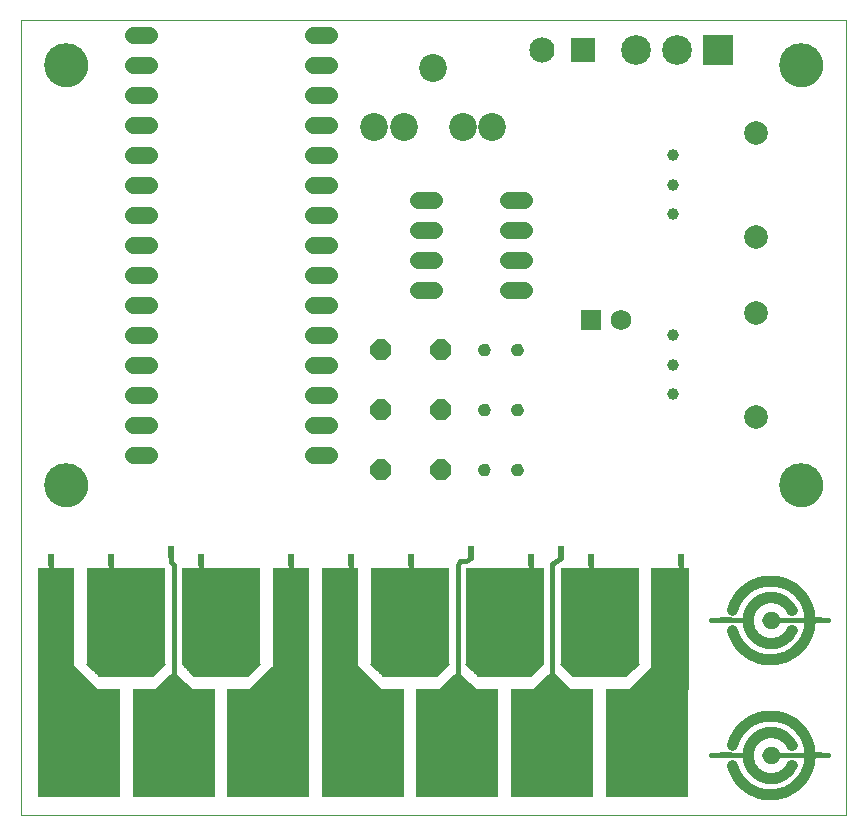
<source format=gts>
G75*
%MOIN*%
%OFA0B0*%
%FSLAX25Y25*%
%IPPOS*%
%LPD*%
%AMOC8*
5,1,8,0,0,1.08239X$1,22.5*
%
%ADD10C,0.00100*%
%ADD11C,0.00110*%
%ADD12OC8,0.07000*%
%ADD13C,0.09300*%
%ADD14C,0.07874*%
%ADD15C,0.03937*%
%ADD16R,0.01900X0.04400*%
%ADD17R,0.01900X0.03900*%
%ADD18R,0.27500X0.36300*%
%ADD19R,0.12350X0.40800*%
%ADD20R,0.26400X0.32200*%
%ADD21R,0.26100X0.32300*%
%ADD22R,0.26350X0.32200*%
%ADD23R,0.26200X0.32200*%
%ADD24R,0.12400X0.40800*%
%ADD25R,0.27700X0.36300*%
%ADD26R,0.27400X0.36300*%
%ADD27R,0.12500X0.40800*%
%ADD28C,0.01700*%
%ADD29C,0.01600*%
%ADD30C,0.01500*%
%ADD31C,0.00500*%
%ADD32C,0.00000*%
%ADD33C,0.14573*%
%ADD34C,0.05600*%
%ADD35R,0.06900X0.06900*%
%ADD36C,0.06900*%
%ADD37C,0.05550*%
%ADD38R,0.08400X0.08400*%
%ADD39C,0.08400*%
%ADD40R,0.03900X0.01900*%
%ADD41C,0.03500*%
%ADD42R,0.09900X0.09900*%
%ADD43C,0.09900*%
D10*
X0007667Y0001500D02*
X0282667Y0001500D01*
X0282667Y0266500D01*
X0007667Y0266500D01*
D11*
X0007667Y0001500D01*
D12*
X0127667Y0116500D03*
X0147667Y0116500D03*
X0147667Y0136500D03*
X0127667Y0136500D03*
X0127667Y0156500D03*
X0147667Y0156500D03*
D13*
X0155009Y0230949D03*
X0164852Y0230949D03*
X0145167Y0250634D03*
X0135324Y0230949D03*
X0125482Y0230949D03*
D14*
X0252667Y0228823D03*
X0252667Y0194177D03*
X0252667Y0168823D03*
X0252667Y0134177D03*
D15*
X0225108Y0141657D03*
X0225108Y0151500D03*
X0225108Y0161343D03*
X0225108Y0201657D03*
X0225108Y0211500D03*
X0225108Y0221343D03*
D16*
X0227667Y0086500D03*
X0197667Y0086500D03*
X0177667Y0086500D03*
X0137667Y0086500D03*
X0117667Y0086500D03*
X0097667Y0086500D03*
X0067667Y0086500D03*
X0037667Y0086500D03*
X0017667Y0086500D03*
D17*
X0057667Y0089000D03*
X0157667Y0089000D03*
X0187667Y0089000D03*
D18*
X0090117Y0025350D03*
X0058617Y0025350D03*
X0027017Y0025350D03*
D19*
X0019442Y0063500D03*
D20*
X0042767Y0067800D03*
X0137467Y0067800D03*
D21*
X0074517Y0067750D03*
D22*
X0200592Y0067800D03*
D23*
X0168967Y0067800D03*
D24*
X0114067Y0063500D03*
X0097667Y0063500D03*
D25*
X0121717Y0025350D03*
X0184717Y0025350D03*
X0216317Y0025350D03*
D26*
X0153167Y0025350D03*
D27*
X0223917Y0063500D03*
D28*
X0227667Y0081500D02*
X0227667Y0086500D01*
X0197667Y0086500D02*
X0197667Y0081500D01*
X0187567Y0087200D02*
X0184717Y0085200D01*
X0184717Y0048400D01*
X0153267Y0048500D02*
X0153267Y0084700D01*
X0154217Y0086200D01*
X0156167Y0086200D01*
X0157667Y0087300D01*
X0177667Y0086500D02*
X0177667Y0081500D01*
X0137667Y0081500D02*
X0137667Y0086500D01*
X0117667Y0086500D02*
X0117667Y0081500D01*
X0097667Y0081500D02*
X0097667Y0086500D01*
X0067667Y0086500D02*
X0067667Y0081500D01*
X0058647Y0084900D02*
X0057667Y0085900D01*
X0057667Y0089300D01*
X0037667Y0086500D02*
X0037667Y0081500D01*
X0017667Y0081500D02*
X0017667Y0086500D01*
D29*
X0058647Y0084900D02*
X0058647Y0048600D01*
X0237667Y0066500D02*
X0250067Y0066500D01*
X0257667Y0066500D02*
X0276867Y0066500D01*
X0276867Y0021500D02*
X0257667Y0021500D01*
X0250067Y0021500D02*
X0237667Y0021500D01*
D30*
X0154217Y0086200D02*
X0154167Y0086200D01*
D31*
X0161783Y0114772D02*
X0161412Y0114909D01*
X0161080Y0115125D01*
X0160804Y0115410D01*
X0160599Y0115749D01*
X0160474Y0116126D01*
X0160437Y0116520D01*
X0160483Y0116904D01*
X0160614Y0117267D01*
X0160822Y0117592D01*
X0161098Y0117863D01*
X0161427Y0118066D01*
X0161792Y0118190D01*
X0162177Y0118230D01*
X0162558Y0118196D01*
X0162922Y0118078D01*
X0163251Y0117882D01*
X0163529Y0117618D01*
X0163740Y0117298D01*
X0163875Y0116940D01*
X0163927Y0116560D01*
X0163891Y0116160D01*
X0163768Y0115777D01*
X0163563Y0115431D01*
X0163286Y0115140D01*
X0162951Y0114918D01*
X0162575Y0114775D01*
X0162177Y0114720D01*
X0161783Y0114772D01*
X0161045Y0115161D02*
X0163305Y0115161D01*
X0163698Y0115659D02*
X0160654Y0115659D01*
X0160471Y0116158D02*
X0163891Y0116158D01*
X0163913Y0116656D02*
X0160453Y0116656D01*
X0160573Y0117155D02*
X0163794Y0117155D01*
X0163491Y0117653D02*
X0160884Y0117653D01*
X0161678Y0118152D02*
X0162696Y0118152D01*
X0171503Y0116904D02*
X0171457Y0116520D01*
X0171495Y0116126D01*
X0171619Y0115749D01*
X0171824Y0115410D01*
X0172100Y0115125D01*
X0172432Y0114909D01*
X0172804Y0114772D01*
X0173197Y0114720D01*
X0173595Y0114775D01*
X0173971Y0114918D01*
X0174306Y0115140D01*
X0174583Y0115431D01*
X0174788Y0115777D01*
X0174912Y0116160D01*
X0174947Y0116560D01*
X0174895Y0116940D01*
X0174760Y0117298D01*
X0174549Y0117618D01*
X0174272Y0117882D01*
X0173943Y0118078D01*
X0173578Y0118196D01*
X0173197Y0118230D01*
X0172812Y0118190D01*
X0172447Y0118066D01*
X0172118Y0117863D01*
X0171842Y0117592D01*
X0171634Y0117267D01*
X0171503Y0116904D01*
X0171473Y0116656D02*
X0174934Y0116656D01*
X0174911Y0116158D02*
X0171491Y0116158D01*
X0171674Y0115659D02*
X0174718Y0115659D01*
X0174325Y0115161D02*
X0172066Y0115161D01*
X0171594Y0117155D02*
X0174814Y0117155D01*
X0174512Y0117653D02*
X0171904Y0117653D01*
X0172698Y0118152D02*
X0173716Y0118152D01*
X0173197Y0134720D02*
X0172804Y0134772D01*
X0172432Y0134909D01*
X0172100Y0135125D01*
X0171824Y0135410D01*
X0171619Y0135749D01*
X0171495Y0136126D01*
X0171457Y0136520D01*
X0171503Y0136904D01*
X0171634Y0137267D01*
X0171842Y0137592D01*
X0172118Y0137863D01*
X0172447Y0138066D01*
X0172812Y0138190D01*
X0173197Y0138230D01*
X0173578Y0138196D01*
X0173943Y0138078D01*
X0174272Y0137882D01*
X0174549Y0137618D01*
X0174760Y0137298D01*
X0174895Y0136940D01*
X0174947Y0136560D01*
X0174912Y0136160D01*
X0174788Y0135777D01*
X0174583Y0135431D01*
X0174306Y0135140D01*
X0173971Y0134918D01*
X0173595Y0134775D01*
X0173197Y0134720D01*
X0174247Y0135101D02*
X0172137Y0135101D01*
X0171710Y0135600D02*
X0174683Y0135600D01*
X0174892Y0136098D02*
X0171504Y0136098D01*
X0171466Y0136597D02*
X0174942Y0136597D01*
X0174836Y0137095D02*
X0171572Y0137095D01*
X0171843Y0137594D02*
X0174565Y0137594D01*
X0173900Y0138092D02*
X0172523Y0138092D01*
X0163875Y0136940D02*
X0163927Y0136560D01*
X0163891Y0136160D01*
X0163768Y0135777D01*
X0163563Y0135431D01*
X0163286Y0135140D01*
X0162951Y0134918D01*
X0162575Y0134775D01*
X0162177Y0134720D01*
X0161783Y0134772D01*
X0161412Y0134909D01*
X0161080Y0135125D01*
X0160804Y0135410D01*
X0160599Y0135749D01*
X0160474Y0136126D01*
X0160437Y0136520D01*
X0160483Y0136904D01*
X0160614Y0137267D01*
X0160822Y0137592D01*
X0161098Y0137863D01*
X0161427Y0138066D01*
X0161792Y0138190D01*
X0162177Y0138230D01*
X0162558Y0138196D01*
X0162922Y0138078D01*
X0163251Y0137882D01*
X0163529Y0137618D01*
X0163740Y0137298D01*
X0163875Y0136940D01*
X0163816Y0137095D02*
X0160552Y0137095D01*
X0160446Y0136597D02*
X0163922Y0136597D01*
X0163872Y0136098D02*
X0160484Y0136098D01*
X0160690Y0135600D02*
X0163663Y0135600D01*
X0163227Y0135101D02*
X0161117Y0135101D01*
X0160823Y0137594D02*
X0163545Y0137594D01*
X0162880Y0138092D02*
X0161503Y0138092D01*
X0162177Y0154720D02*
X0161783Y0154772D01*
X0161412Y0154909D01*
X0161080Y0155125D01*
X0160804Y0155410D01*
X0160599Y0155749D01*
X0160474Y0156126D01*
X0160437Y0156520D01*
X0160483Y0156904D01*
X0160614Y0157267D01*
X0160822Y0157592D01*
X0161098Y0157863D01*
X0161427Y0158066D01*
X0161792Y0158190D01*
X0162177Y0158230D01*
X0162558Y0158196D01*
X0162922Y0158078D01*
X0163251Y0157882D01*
X0163529Y0157618D01*
X0163740Y0157298D01*
X0163875Y0156940D01*
X0163927Y0156560D01*
X0163891Y0156160D01*
X0163768Y0155777D01*
X0163563Y0155431D01*
X0163286Y0155140D01*
X0162951Y0154918D01*
X0162575Y0154775D01*
X0162177Y0154720D01*
X0163137Y0155041D02*
X0161208Y0155041D01*
X0160726Y0155540D02*
X0163627Y0155540D01*
X0163852Y0156039D02*
X0160503Y0156039D01*
X0160439Y0156537D02*
X0163924Y0156537D01*
X0163839Y0157036D02*
X0160531Y0157036D01*
X0160785Y0157534D02*
X0163584Y0157534D01*
X0162999Y0158033D02*
X0161372Y0158033D01*
X0171503Y0156904D02*
X0171634Y0157267D01*
X0171842Y0157592D01*
X0172118Y0157863D01*
X0172447Y0158066D01*
X0172812Y0158190D01*
X0173197Y0158230D01*
X0173578Y0158196D01*
X0173943Y0158078D01*
X0174272Y0157882D01*
X0174549Y0157618D01*
X0174760Y0157298D01*
X0174895Y0156940D01*
X0174947Y0156560D01*
X0174912Y0156160D01*
X0174788Y0155777D01*
X0174583Y0155431D01*
X0174306Y0155140D01*
X0173971Y0154918D01*
X0173595Y0154775D01*
X0173197Y0154720D01*
X0172804Y0154772D01*
X0172432Y0154909D01*
X0172100Y0155125D01*
X0171824Y0155410D01*
X0171619Y0155749D01*
X0171495Y0156126D01*
X0171457Y0156520D01*
X0171503Y0156904D01*
X0171551Y0157036D02*
X0174859Y0157036D01*
X0174945Y0156537D02*
X0171459Y0156537D01*
X0171523Y0156039D02*
X0174873Y0156039D01*
X0174648Y0155540D02*
X0171746Y0155540D01*
X0172228Y0155041D02*
X0174157Y0155041D01*
X0174604Y0157534D02*
X0171805Y0157534D01*
X0172392Y0158033D02*
X0174019Y0158033D01*
X0181867Y0051900D02*
X0156067Y0051900D01*
X0160267Y0047700D01*
X0177667Y0047700D01*
X0181867Y0051900D01*
X0181816Y0051850D02*
X0156117Y0051850D01*
X0156616Y0051351D02*
X0181318Y0051351D01*
X0180819Y0050853D02*
X0157114Y0050853D01*
X0157613Y0050354D02*
X0180321Y0050354D01*
X0179822Y0049856D02*
X0158111Y0049856D01*
X0158610Y0049357D02*
X0179324Y0049357D01*
X0178825Y0048859D02*
X0159108Y0048859D01*
X0159607Y0048360D02*
X0178327Y0048360D01*
X0177828Y0047862D02*
X0160105Y0047862D01*
X0157496Y0044870D02*
X0149037Y0044870D01*
X0148539Y0044372D02*
X0157995Y0044372D01*
X0158493Y0043873D02*
X0148040Y0043873D01*
X0147542Y0043375D02*
X0158992Y0043375D01*
X0159267Y0043100D02*
X0147267Y0043100D01*
X0152367Y0048200D01*
X0154167Y0048200D01*
X0159267Y0043100D01*
X0156998Y0045369D02*
X0149536Y0045369D01*
X0150034Y0045868D02*
X0156499Y0045868D01*
X0156001Y0046366D02*
X0150533Y0046366D01*
X0151031Y0046865D02*
X0155502Y0046865D01*
X0155004Y0047363D02*
X0151530Y0047363D01*
X0152028Y0047862D02*
X0154505Y0047862D01*
X0150467Y0051900D02*
X0124517Y0051900D01*
X0124517Y0051800D01*
X0128667Y0047700D01*
X0146267Y0047700D01*
X0150467Y0051900D01*
X0150416Y0051850D02*
X0124517Y0051850D01*
X0124971Y0051351D02*
X0149918Y0051351D01*
X0149419Y0050853D02*
X0125476Y0050853D01*
X0125980Y0050354D02*
X0148921Y0050354D01*
X0148422Y0049856D02*
X0126485Y0049856D01*
X0126989Y0049357D02*
X0147924Y0049357D01*
X0147425Y0048859D02*
X0127494Y0048859D01*
X0127999Y0048360D02*
X0146927Y0048360D01*
X0146428Y0047862D02*
X0128503Y0047862D01*
X0125896Y0044870D02*
X0119967Y0044870D01*
X0119967Y0044372D02*
X0126395Y0044372D01*
X0126893Y0043873D02*
X0119967Y0043873D01*
X0119967Y0043375D02*
X0127392Y0043375D01*
X0127667Y0043100D02*
X0119967Y0043100D01*
X0119967Y0050800D01*
X0127667Y0043100D01*
X0125398Y0045369D02*
X0119967Y0045369D01*
X0119967Y0045868D02*
X0124899Y0045868D01*
X0124401Y0046366D02*
X0119967Y0046366D01*
X0119967Y0046865D02*
X0123902Y0046865D01*
X0123404Y0047363D02*
X0119967Y0047363D01*
X0119967Y0047862D02*
X0122905Y0047862D01*
X0122407Y0048360D02*
X0119967Y0048360D01*
X0119967Y0048859D02*
X0121908Y0048859D01*
X0121410Y0049357D02*
X0119967Y0049357D01*
X0119967Y0049856D02*
X0120911Y0049856D01*
X0120413Y0050354D02*
X0119967Y0050354D01*
X0091867Y0050354D02*
X0091321Y0050354D01*
X0091819Y0050853D02*
X0091867Y0050853D01*
X0091867Y0050900D02*
X0091867Y0043100D01*
X0084067Y0043100D01*
X0091867Y0050900D01*
X0091867Y0049856D02*
X0090822Y0049856D01*
X0090324Y0049357D02*
X0091867Y0049357D01*
X0091867Y0048859D02*
X0089825Y0048859D01*
X0089327Y0048360D02*
X0091867Y0048360D01*
X0091867Y0047862D02*
X0088828Y0047862D01*
X0088330Y0047363D02*
X0091867Y0047363D01*
X0091867Y0046865D02*
X0087831Y0046865D01*
X0087333Y0046366D02*
X0091867Y0046366D01*
X0091867Y0045868D02*
X0086834Y0045868D01*
X0086336Y0045369D02*
X0091867Y0045369D01*
X0091867Y0044870D02*
X0085837Y0044870D01*
X0085339Y0044372D02*
X0091867Y0044372D01*
X0091867Y0043873D02*
X0084840Y0043873D01*
X0084342Y0043375D02*
X0091867Y0043375D01*
X0085397Y0049856D02*
X0063561Y0049856D01*
X0063063Y0050354D02*
X0085902Y0050354D01*
X0086407Y0050853D02*
X0062564Y0050853D01*
X0062066Y0051351D02*
X0086912Y0051351D01*
X0087367Y0051800D02*
X0083417Y0047900D01*
X0065517Y0047900D01*
X0061617Y0051800D01*
X0061667Y0051900D01*
X0087267Y0051900D01*
X0087367Y0051800D01*
X0087317Y0051850D02*
X0061641Y0051850D01*
X0064060Y0049357D02*
X0084892Y0049357D01*
X0084388Y0048859D02*
X0064558Y0048859D01*
X0065057Y0048360D02*
X0083883Y0048360D01*
X0064667Y0043100D02*
X0052767Y0043100D01*
X0052767Y0043200D01*
X0057867Y0048300D01*
X0059467Y0048300D01*
X0064667Y0043100D01*
X0064392Y0043375D02*
X0052942Y0043375D01*
X0053440Y0043873D02*
X0063893Y0043873D01*
X0063395Y0044372D02*
X0053939Y0044372D01*
X0054437Y0044870D02*
X0062896Y0044870D01*
X0062398Y0045369D02*
X0054936Y0045369D01*
X0055434Y0045868D02*
X0061899Y0045868D01*
X0061401Y0046366D02*
X0055933Y0046366D01*
X0056431Y0046865D02*
X0060902Y0046865D01*
X0060404Y0047363D02*
X0056930Y0047363D01*
X0057428Y0047862D02*
X0059905Y0047862D01*
X0055817Y0051800D02*
X0055767Y0051900D01*
X0029817Y0051850D01*
X0033967Y0047700D01*
X0051717Y0047700D01*
X0055817Y0051800D01*
X0055792Y0051850D02*
X0029817Y0051850D01*
X0030316Y0051351D02*
X0055368Y0051351D01*
X0054869Y0050853D02*
X0030814Y0050853D01*
X0031313Y0050354D02*
X0054371Y0050354D01*
X0053872Y0049856D02*
X0031811Y0049856D01*
X0032310Y0049357D02*
X0053374Y0049357D01*
X0052875Y0048859D02*
X0032808Y0048859D01*
X0033307Y0048360D02*
X0052377Y0048360D01*
X0051878Y0047862D02*
X0033805Y0047862D01*
X0030898Y0045369D02*
X0025167Y0045369D01*
X0025167Y0045868D02*
X0030399Y0045868D01*
X0029901Y0046366D02*
X0025167Y0046366D01*
X0025167Y0046865D02*
X0029402Y0046865D01*
X0028904Y0047363D02*
X0025167Y0047363D01*
X0025167Y0047862D02*
X0028405Y0047862D01*
X0027907Y0048360D02*
X0025167Y0048360D01*
X0025167Y0048859D02*
X0027408Y0048859D01*
X0026910Y0049357D02*
X0025167Y0049357D01*
X0025167Y0049856D02*
X0026411Y0049856D01*
X0025913Y0050354D02*
X0025167Y0050354D01*
X0025167Y0050853D02*
X0025414Y0050853D01*
X0025167Y0051100D02*
X0025167Y0043200D01*
X0033067Y0043200D01*
X0025167Y0051100D01*
X0025167Y0044870D02*
X0031396Y0044870D01*
X0031895Y0044372D02*
X0025167Y0044372D01*
X0025167Y0043873D02*
X0032393Y0043873D01*
X0032892Y0043375D02*
X0025167Y0043375D01*
X0178867Y0043100D02*
X0190667Y0043100D01*
X0185667Y0048100D01*
X0183867Y0048100D01*
X0178867Y0043100D01*
X0179142Y0043375D02*
X0190392Y0043375D01*
X0189893Y0043873D02*
X0179640Y0043873D01*
X0180139Y0044372D02*
X0189395Y0044372D01*
X0188896Y0044870D02*
X0180637Y0044870D01*
X0181136Y0045369D02*
X0188398Y0045369D01*
X0187899Y0045868D02*
X0181634Y0045868D01*
X0182133Y0046366D02*
X0187401Y0046366D01*
X0186902Y0046865D02*
X0182631Y0046865D01*
X0183130Y0047363D02*
X0186404Y0047363D01*
X0185905Y0047862D02*
X0183628Y0047862D01*
X0187617Y0051900D02*
X0213567Y0051900D01*
X0209367Y0047700D01*
X0191867Y0047700D01*
X0187617Y0051900D01*
X0187668Y0051850D02*
X0213516Y0051850D01*
X0213018Y0051351D02*
X0188172Y0051351D01*
X0188677Y0050853D02*
X0212519Y0050853D01*
X0212021Y0050354D02*
X0189181Y0050354D01*
X0189685Y0049856D02*
X0211522Y0049856D01*
X0211024Y0049357D02*
X0190190Y0049357D01*
X0190694Y0048859D02*
X0210525Y0048859D01*
X0210027Y0048360D02*
X0191199Y0048360D01*
X0191703Y0047862D02*
X0209528Y0047862D01*
X0212337Y0044870D02*
X0217967Y0044870D01*
X0217967Y0044372D02*
X0211839Y0044372D01*
X0211340Y0043873D02*
X0217967Y0043873D01*
X0217967Y0043375D02*
X0210842Y0043375D01*
X0210567Y0043100D02*
X0217967Y0043100D01*
X0217967Y0050500D01*
X0210567Y0043100D01*
X0212836Y0045369D02*
X0217967Y0045369D01*
X0217967Y0045868D02*
X0213334Y0045868D01*
X0213833Y0046366D02*
X0217967Y0046366D01*
X0217967Y0046865D02*
X0214331Y0046865D01*
X0214830Y0047363D02*
X0217967Y0047363D01*
X0217967Y0047862D02*
X0215328Y0047862D01*
X0215827Y0048360D02*
X0217967Y0048360D01*
X0217967Y0048859D02*
X0216325Y0048859D01*
X0216824Y0049357D02*
X0217967Y0049357D01*
X0217967Y0049856D02*
X0217322Y0049856D01*
X0217821Y0050354D02*
X0217967Y0050354D01*
D32*
X0260580Y0111500D02*
X0260582Y0111674D01*
X0260589Y0111848D01*
X0260599Y0112021D01*
X0260614Y0112195D01*
X0260633Y0112368D01*
X0260657Y0112540D01*
X0260684Y0112712D01*
X0260716Y0112883D01*
X0260752Y0113053D01*
X0260792Y0113222D01*
X0260837Y0113390D01*
X0260885Y0113557D01*
X0260938Y0113723D01*
X0260994Y0113888D01*
X0261055Y0114051D01*
X0261119Y0114212D01*
X0261188Y0114372D01*
X0261260Y0114530D01*
X0261337Y0114686D01*
X0261417Y0114841D01*
X0261501Y0114993D01*
X0261588Y0115143D01*
X0261680Y0115292D01*
X0261774Y0115437D01*
X0261873Y0115581D01*
X0261975Y0115722D01*
X0262080Y0115860D01*
X0262189Y0115996D01*
X0262301Y0116129D01*
X0262416Y0116259D01*
X0262534Y0116387D01*
X0262656Y0116511D01*
X0262780Y0116633D01*
X0262908Y0116751D01*
X0263038Y0116866D01*
X0263171Y0116978D01*
X0263307Y0117087D01*
X0263445Y0117192D01*
X0263586Y0117294D01*
X0263730Y0117393D01*
X0263875Y0117487D01*
X0264024Y0117579D01*
X0264174Y0117666D01*
X0264326Y0117750D01*
X0264481Y0117830D01*
X0264637Y0117907D01*
X0264795Y0117979D01*
X0264955Y0118048D01*
X0265116Y0118112D01*
X0265279Y0118173D01*
X0265444Y0118229D01*
X0265610Y0118282D01*
X0265777Y0118330D01*
X0265945Y0118375D01*
X0266114Y0118415D01*
X0266284Y0118451D01*
X0266455Y0118483D01*
X0266627Y0118510D01*
X0266799Y0118534D01*
X0266972Y0118553D01*
X0267146Y0118568D01*
X0267319Y0118578D01*
X0267493Y0118585D01*
X0267667Y0118587D01*
X0267841Y0118585D01*
X0268015Y0118578D01*
X0268188Y0118568D01*
X0268362Y0118553D01*
X0268535Y0118534D01*
X0268707Y0118510D01*
X0268879Y0118483D01*
X0269050Y0118451D01*
X0269220Y0118415D01*
X0269389Y0118375D01*
X0269557Y0118330D01*
X0269724Y0118282D01*
X0269890Y0118229D01*
X0270055Y0118173D01*
X0270218Y0118112D01*
X0270379Y0118048D01*
X0270539Y0117979D01*
X0270697Y0117907D01*
X0270853Y0117830D01*
X0271008Y0117750D01*
X0271160Y0117666D01*
X0271310Y0117579D01*
X0271459Y0117487D01*
X0271604Y0117393D01*
X0271748Y0117294D01*
X0271889Y0117192D01*
X0272027Y0117087D01*
X0272163Y0116978D01*
X0272296Y0116866D01*
X0272426Y0116751D01*
X0272554Y0116633D01*
X0272678Y0116511D01*
X0272800Y0116387D01*
X0272918Y0116259D01*
X0273033Y0116129D01*
X0273145Y0115996D01*
X0273254Y0115860D01*
X0273359Y0115722D01*
X0273461Y0115581D01*
X0273560Y0115437D01*
X0273654Y0115292D01*
X0273746Y0115143D01*
X0273833Y0114993D01*
X0273917Y0114841D01*
X0273997Y0114686D01*
X0274074Y0114530D01*
X0274146Y0114372D01*
X0274215Y0114212D01*
X0274279Y0114051D01*
X0274340Y0113888D01*
X0274396Y0113723D01*
X0274449Y0113557D01*
X0274497Y0113390D01*
X0274542Y0113222D01*
X0274582Y0113053D01*
X0274618Y0112883D01*
X0274650Y0112712D01*
X0274677Y0112540D01*
X0274701Y0112368D01*
X0274720Y0112195D01*
X0274735Y0112021D01*
X0274745Y0111848D01*
X0274752Y0111674D01*
X0274754Y0111500D01*
X0274752Y0111326D01*
X0274745Y0111152D01*
X0274735Y0110979D01*
X0274720Y0110805D01*
X0274701Y0110632D01*
X0274677Y0110460D01*
X0274650Y0110288D01*
X0274618Y0110117D01*
X0274582Y0109947D01*
X0274542Y0109778D01*
X0274497Y0109610D01*
X0274449Y0109443D01*
X0274396Y0109277D01*
X0274340Y0109112D01*
X0274279Y0108949D01*
X0274215Y0108788D01*
X0274146Y0108628D01*
X0274074Y0108470D01*
X0273997Y0108314D01*
X0273917Y0108159D01*
X0273833Y0108007D01*
X0273746Y0107857D01*
X0273654Y0107708D01*
X0273560Y0107563D01*
X0273461Y0107419D01*
X0273359Y0107278D01*
X0273254Y0107140D01*
X0273145Y0107004D01*
X0273033Y0106871D01*
X0272918Y0106741D01*
X0272800Y0106613D01*
X0272678Y0106489D01*
X0272554Y0106367D01*
X0272426Y0106249D01*
X0272296Y0106134D01*
X0272163Y0106022D01*
X0272027Y0105913D01*
X0271889Y0105808D01*
X0271748Y0105706D01*
X0271604Y0105607D01*
X0271459Y0105513D01*
X0271310Y0105421D01*
X0271160Y0105334D01*
X0271008Y0105250D01*
X0270853Y0105170D01*
X0270697Y0105093D01*
X0270539Y0105021D01*
X0270379Y0104952D01*
X0270218Y0104888D01*
X0270055Y0104827D01*
X0269890Y0104771D01*
X0269724Y0104718D01*
X0269557Y0104670D01*
X0269389Y0104625D01*
X0269220Y0104585D01*
X0269050Y0104549D01*
X0268879Y0104517D01*
X0268707Y0104490D01*
X0268535Y0104466D01*
X0268362Y0104447D01*
X0268188Y0104432D01*
X0268015Y0104422D01*
X0267841Y0104415D01*
X0267667Y0104413D01*
X0267493Y0104415D01*
X0267319Y0104422D01*
X0267146Y0104432D01*
X0266972Y0104447D01*
X0266799Y0104466D01*
X0266627Y0104490D01*
X0266455Y0104517D01*
X0266284Y0104549D01*
X0266114Y0104585D01*
X0265945Y0104625D01*
X0265777Y0104670D01*
X0265610Y0104718D01*
X0265444Y0104771D01*
X0265279Y0104827D01*
X0265116Y0104888D01*
X0264955Y0104952D01*
X0264795Y0105021D01*
X0264637Y0105093D01*
X0264481Y0105170D01*
X0264326Y0105250D01*
X0264174Y0105334D01*
X0264024Y0105421D01*
X0263875Y0105513D01*
X0263730Y0105607D01*
X0263586Y0105706D01*
X0263445Y0105808D01*
X0263307Y0105913D01*
X0263171Y0106022D01*
X0263038Y0106134D01*
X0262908Y0106249D01*
X0262780Y0106367D01*
X0262656Y0106489D01*
X0262534Y0106613D01*
X0262416Y0106741D01*
X0262301Y0106871D01*
X0262189Y0107004D01*
X0262080Y0107140D01*
X0261975Y0107278D01*
X0261873Y0107419D01*
X0261774Y0107563D01*
X0261680Y0107708D01*
X0261588Y0107857D01*
X0261501Y0108007D01*
X0261417Y0108159D01*
X0261337Y0108314D01*
X0261260Y0108470D01*
X0261188Y0108628D01*
X0261119Y0108788D01*
X0261055Y0108949D01*
X0260994Y0109112D01*
X0260938Y0109277D01*
X0260885Y0109443D01*
X0260837Y0109610D01*
X0260792Y0109778D01*
X0260752Y0109947D01*
X0260716Y0110117D01*
X0260684Y0110288D01*
X0260657Y0110460D01*
X0260633Y0110632D01*
X0260614Y0110805D01*
X0260599Y0110979D01*
X0260589Y0111152D01*
X0260582Y0111326D01*
X0260580Y0111500D01*
X0260580Y0251500D02*
X0260582Y0251674D01*
X0260589Y0251848D01*
X0260599Y0252021D01*
X0260614Y0252195D01*
X0260633Y0252368D01*
X0260657Y0252540D01*
X0260684Y0252712D01*
X0260716Y0252883D01*
X0260752Y0253053D01*
X0260792Y0253222D01*
X0260837Y0253390D01*
X0260885Y0253557D01*
X0260938Y0253723D01*
X0260994Y0253888D01*
X0261055Y0254051D01*
X0261119Y0254212D01*
X0261188Y0254372D01*
X0261260Y0254530D01*
X0261337Y0254686D01*
X0261417Y0254841D01*
X0261501Y0254993D01*
X0261588Y0255143D01*
X0261680Y0255292D01*
X0261774Y0255437D01*
X0261873Y0255581D01*
X0261975Y0255722D01*
X0262080Y0255860D01*
X0262189Y0255996D01*
X0262301Y0256129D01*
X0262416Y0256259D01*
X0262534Y0256387D01*
X0262656Y0256511D01*
X0262780Y0256633D01*
X0262908Y0256751D01*
X0263038Y0256866D01*
X0263171Y0256978D01*
X0263307Y0257087D01*
X0263445Y0257192D01*
X0263586Y0257294D01*
X0263730Y0257393D01*
X0263875Y0257487D01*
X0264024Y0257579D01*
X0264174Y0257666D01*
X0264326Y0257750D01*
X0264481Y0257830D01*
X0264637Y0257907D01*
X0264795Y0257979D01*
X0264955Y0258048D01*
X0265116Y0258112D01*
X0265279Y0258173D01*
X0265444Y0258229D01*
X0265610Y0258282D01*
X0265777Y0258330D01*
X0265945Y0258375D01*
X0266114Y0258415D01*
X0266284Y0258451D01*
X0266455Y0258483D01*
X0266627Y0258510D01*
X0266799Y0258534D01*
X0266972Y0258553D01*
X0267146Y0258568D01*
X0267319Y0258578D01*
X0267493Y0258585D01*
X0267667Y0258587D01*
X0267841Y0258585D01*
X0268015Y0258578D01*
X0268188Y0258568D01*
X0268362Y0258553D01*
X0268535Y0258534D01*
X0268707Y0258510D01*
X0268879Y0258483D01*
X0269050Y0258451D01*
X0269220Y0258415D01*
X0269389Y0258375D01*
X0269557Y0258330D01*
X0269724Y0258282D01*
X0269890Y0258229D01*
X0270055Y0258173D01*
X0270218Y0258112D01*
X0270379Y0258048D01*
X0270539Y0257979D01*
X0270697Y0257907D01*
X0270853Y0257830D01*
X0271008Y0257750D01*
X0271160Y0257666D01*
X0271310Y0257579D01*
X0271459Y0257487D01*
X0271604Y0257393D01*
X0271748Y0257294D01*
X0271889Y0257192D01*
X0272027Y0257087D01*
X0272163Y0256978D01*
X0272296Y0256866D01*
X0272426Y0256751D01*
X0272554Y0256633D01*
X0272678Y0256511D01*
X0272800Y0256387D01*
X0272918Y0256259D01*
X0273033Y0256129D01*
X0273145Y0255996D01*
X0273254Y0255860D01*
X0273359Y0255722D01*
X0273461Y0255581D01*
X0273560Y0255437D01*
X0273654Y0255292D01*
X0273746Y0255143D01*
X0273833Y0254993D01*
X0273917Y0254841D01*
X0273997Y0254686D01*
X0274074Y0254530D01*
X0274146Y0254372D01*
X0274215Y0254212D01*
X0274279Y0254051D01*
X0274340Y0253888D01*
X0274396Y0253723D01*
X0274449Y0253557D01*
X0274497Y0253390D01*
X0274542Y0253222D01*
X0274582Y0253053D01*
X0274618Y0252883D01*
X0274650Y0252712D01*
X0274677Y0252540D01*
X0274701Y0252368D01*
X0274720Y0252195D01*
X0274735Y0252021D01*
X0274745Y0251848D01*
X0274752Y0251674D01*
X0274754Y0251500D01*
X0274752Y0251326D01*
X0274745Y0251152D01*
X0274735Y0250979D01*
X0274720Y0250805D01*
X0274701Y0250632D01*
X0274677Y0250460D01*
X0274650Y0250288D01*
X0274618Y0250117D01*
X0274582Y0249947D01*
X0274542Y0249778D01*
X0274497Y0249610D01*
X0274449Y0249443D01*
X0274396Y0249277D01*
X0274340Y0249112D01*
X0274279Y0248949D01*
X0274215Y0248788D01*
X0274146Y0248628D01*
X0274074Y0248470D01*
X0273997Y0248314D01*
X0273917Y0248159D01*
X0273833Y0248007D01*
X0273746Y0247857D01*
X0273654Y0247708D01*
X0273560Y0247563D01*
X0273461Y0247419D01*
X0273359Y0247278D01*
X0273254Y0247140D01*
X0273145Y0247004D01*
X0273033Y0246871D01*
X0272918Y0246741D01*
X0272800Y0246613D01*
X0272678Y0246489D01*
X0272554Y0246367D01*
X0272426Y0246249D01*
X0272296Y0246134D01*
X0272163Y0246022D01*
X0272027Y0245913D01*
X0271889Y0245808D01*
X0271748Y0245706D01*
X0271604Y0245607D01*
X0271459Y0245513D01*
X0271310Y0245421D01*
X0271160Y0245334D01*
X0271008Y0245250D01*
X0270853Y0245170D01*
X0270697Y0245093D01*
X0270539Y0245021D01*
X0270379Y0244952D01*
X0270218Y0244888D01*
X0270055Y0244827D01*
X0269890Y0244771D01*
X0269724Y0244718D01*
X0269557Y0244670D01*
X0269389Y0244625D01*
X0269220Y0244585D01*
X0269050Y0244549D01*
X0268879Y0244517D01*
X0268707Y0244490D01*
X0268535Y0244466D01*
X0268362Y0244447D01*
X0268188Y0244432D01*
X0268015Y0244422D01*
X0267841Y0244415D01*
X0267667Y0244413D01*
X0267493Y0244415D01*
X0267319Y0244422D01*
X0267146Y0244432D01*
X0266972Y0244447D01*
X0266799Y0244466D01*
X0266627Y0244490D01*
X0266455Y0244517D01*
X0266284Y0244549D01*
X0266114Y0244585D01*
X0265945Y0244625D01*
X0265777Y0244670D01*
X0265610Y0244718D01*
X0265444Y0244771D01*
X0265279Y0244827D01*
X0265116Y0244888D01*
X0264955Y0244952D01*
X0264795Y0245021D01*
X0264637Y0245093D01*
X0264481Y0245170D01*
X0264326Y0245250D01*
X0264174Y0245334D01*
X0264024Y0245421D01*
X0263875Y0245513D01*
X0263730Y0245607D01*
X0263586Y0245706D01*
X0263445Y0245808D01*
X0263307Y0245913D01*
X0263171Y0246022D01*
X0263038Y0246134D01*
X0262908Y0246249D01*
X0262780Y0246367D01*
X0262656Y0246489D01*
X0262534Y0246613D01*
X0262416Y0246741D01*
X0262301Y0246871D01*
X0262189Y0247004D01*
X0262080Y0247140D01*
X0261975Y0247278D01*
X0261873Y0247419D01*
X0261774Y0247563D01*
X0261680Y0247708D01*
X0261588Y0247857D01*
X0261501Y0248007D01*
X0261417Y0248159D01*
X0261337Y0248314D01*
X0261260Y0248470D01*
X0261188Y0248628D01*
X0261119Y0248788D01*
X0261055Y0248949D01*
X0260994Y0249112D01*
X0260938Y0249277D01*
X0260885Y0249443D01*
X0260837Y0249610D01*
X0260792Y0249778D01*
X0260752Y0249947D01*
X0260716Y0250117D01*
X0260684Y0250288D01*
X0260657Y0250460D01*
X0260633Y0250632D01*
X0260614Y0250805D01*
X0260599Y0250979D01*
X0260589Y0251152D01*
X0260582Y0251326D01*
X0260580Y0251500D01*
X0015580Y0251500D02*
X0015582Y0251674D01*
X0015589Y0251848D01*
X0015599Y0252021D01*
X0015614Y0252195D01*
X0015633Y0252368D01*
X0015657Y0252540D01*
X0015684Y0252712D01*
X0015716Y0252883D01*
X0015752Y0253053D01*
X0015792Y0253222D01*
X0015837Y0253390D01*
X0015885Y0253557D01*
X0015938Y0253723D01*
X0015994Y0253888D01*
X0016055Y0254051D01*
X0016119Y0254212D01*
X0016188Y0254372D01*
X0016260Y0254530D01*
X0016337Y0254686D01*
X0016417Y0254841D01*
X0016501Y0254993D01*
X0016588Y0255143D01*
X0016680Y0255292D01*
X0016774Y0255437D01*
X0016873Y0255581D01*
X0016975Y0255722D01*
X0017080Y0255860D01*
X0017189Y0255996D01*
X0017301Y0256129D01*
X0017416Y0256259D01*
X0017534Y0256387D01*
X0017656Y0256511D01*
X0017780Y0256633D01*
X0017908Y0256751D01*
X0018038Y0256866D01*
X0018171Y0256978D01*
X0018307Y0257087D01*
X0018445Y0257192D01*
X0018586Y0257294D01*
X0018730Y0257393D01*
X0018875Y0257487D01*
X0019024Y0257579D01*
X0019174Y0257666D01*
X0019326Y0257750D01*
X0019481Y0257830D01*
X0019637Y0257907D01*
X0019795Y0257979D01*
X0019955Y0258048D01*
X0020116Y0258112D01*
X0020279Y0258173D01*
X0020444Y0258229D01*
X0020610Y0258282D01*
X0020777Y0258330D01*
X0020945Y0258375D01*
X0021114Y0258415D01*
X0021284Y0258451D01*
X0021455Y0258483D01*
X0021627Y0258510D01*
X0021799Y0258534D01*
X0021972Y0258553D01*
X0022146Y0258568D01*
X0022319Y0258578D01*
X0022493Y0258585D01*
X0022667Y0258587D01*
X0022841Y0258585D01*
X0023015Y0258578D01*
X0023188Y0258568D01*
X0023362Y0258553D01*
X0023535Y0258534D01*
X0023707Y0258510D01*
X0023879Y0258483D01*
X0024050Y0258451D01*
X0024220Y0258415D01*
X0024389Y0258375D01*
X0024557Y0258330D01*
X0024724Y0258282D01*
X0024890Y0258229D01*
X0025055Y0258173D01*
X0025218Y0258112D01*
X0025379Y0258048D01*
X0025539Y0257979D01*
X0025697Y0257907D01*
X0025853Y0257830D01*
X0026008Y0257750D01*
X0026160Y0257666D01*
X0026310Y0257579D01*
X0026459Y0257487D01*
X0026604Y0257393D01*
X0026748Y0257294D01*
X0026889Y0257192D01*
X0027027Y0257087D01*
X0027163Y0256978D01*
X0027296Y0256866D01*
X0027426Y0256751D01*
X0027554Y0256633D01*
X0027678Y0256511D01*
X0027800Y0256387D01*
X0027918Y0256259D01*
X0028033Y0256129D01*
X0028145Y0255996D01*
X0028254Y0255860D01*
X0028359Y0255722D01*
X0028461Y0255581D01*
X0028560Y0255437D01*
X0028654Y0255292D01*
X0028746Y0255143D01*
X0028833Y0254993D01*
X0028917Y0254841D01*
X0028997Y0254686D01*
X0029074Y0254530D01*
X0029146Y0254372D01*
X0029215Y0254212D01*
X0029279Y0254051D01*
X0029340Y0253888D01*
X0029396Y0253723D01*
X0029449Y0253557D01*
X0029497Y0253390D01*
X0029542Y0253222D01*
X0029582Y0253053D01*
X0029618Y0252883D01*
X0029650Y0252712D01*
X0029677Y0252540D01*
X0029701Y0252368D01*
X0029720Y0252195D01*
X0029735Y0252021D01*
X0029745Y0251848D01*
X0029752Y0251674D01*
X0029754Y0251500D01*
X0029752Y0251326D01*
X0029745Y0251152D01*
X0029735Y0250979D01*
X0029720Y0250805D01*
X0029701Y0250632D01*
X0029677Y0250460D01*
X0029650Y0250288D01*
X0029618Y0250117D01*
X0029582Y0249947D01*
X0029542Y0249778D01*
X0029497Y0249610D01*
X0029449Y0249443D01*
X0029396Y0249277D01*
X0029340Y0249112D01*
X0029279Y0248949D01*
X0029215Y0248788D01*
X0029146Y0248628D01*
X0029074Y0248470D01*
X0028997Y0248314D01*
X0028917Y0248159D01*
X0028833Y0248007D01*
X0028746Y0247857D01*
X0028654Y0247708D01*
X0028560Y0247563D01*
X0028461Y0247419D01*
X0028359Y0247278D01*
X0028254Y0247140D01*
X0028145Y0247004D01*
X0028033Y0246871D01*
X0027918Y0246741D01*
X0027800Y0246613D01*
X0027678Y0246489D01*
X0027554Y0246367D01*
X0027426Y0246249D01*
X0027296Y0246134D01*
X0027163Y0246022D01*
X0027027Y0245913D01*
X0026889Y0245808D01*
X0026748Y0245706D01*
X0026604Y0245607D01*
X0026459Y0245513D01*
X0026310Y0245421D01*
X0026160Y0245334D01*
X0026008Y0245250D01*
X0025853Y0245170D01*
X0025697Y0245093D01*
X0025539Y0245021D01*
X0025379Y0244952D01*
X0025218Y0244888D01*
X0025055Y0244827D01*
X0024890Y0244771D01*
X0024724Y0244718D01*
X0024557Y0244670D01*
X0024389Y0244625D01*
X0024220Y0244585D01*
X0024050Y0244549D01*
X0023879Y0244517D01*
X0023707Y0244490D01*
X0023535Y0244466D01*
X0023362Y0244447D01*
X0023188Y0244432D01*
X0023015Y0244422D01*
X0022841Y0244415D01*
X0022667Y0244413D01*
X0022493Y0244415D01*
X0022319Y0244422D01*
X0022146Y0244432D01*
X0021972Y0244447D01*
X0021799Y0244466D01*
X0021627Y0244490D01*
X0021455Y0244517D01*
X0021284Y0244549D01*
X0021114Y0244585D01*
X0020945Y0244625D01*
X0020777Y0244670D01*
X0020610Y0244718D01*
X0020444Y0244771D01*
X0020279Y0244827D01*
X0020116Y0244888D01*
X0019955Y0244952D01*
X0019795Y0245021D01*
X0019637Y0245093D01*
X0019481Y0245170D01*
X0019326Y0245250D01*
X0019174Y0245334D01*
X0019024Y0245421D01*
X0018875Y0245513D01*
X0018730Y0245607D01*
X0018586Y0245706D01*
X0018445Y0245808D01*
X0018307Y0245913D01*
X0018171Y0246022D01*
X0018038Y0246134D01*
X0017908Y0246249D01*
X0017780Y0246367D01*
X0017656Y0246489D01*
X0017534Y0246613D01*
X0017416Y0246741D01*
X0017301Y0246871D01*
X0017189Y0247004D01*
X0017080Y0247140D01*
X0016975Y0247278D01*
X0016873Y0247419D01*
X0016774Y0247563D01*
X0016680Y0247708D01*
X0016588Y0247857D01*
X0016501Y0248007D01*
X0016417Y0248159D01*
X0016337Y0248314D01*
X0016260Y0248470D01*
X0016188Y0248628D01*
X0016119Y0248788D01*
X0016055Y0248949D01*
X0015994Y0249112D01*
X0015938Y0249277D01*
X0015885Y0249443D01*
X0015837Y0249610D01*
X0015792Y0249778D01*
X0015752Y0249947D01*
X0015716Y0250117D01*
X0015684Y0250288D01*
X0015657Y0250460D01*
X0015633Y0250632D01*
X0015614Y0250805D01*
X0015599Y0250979D01*
X0015589Y0251152D01*
X0015582Y0251326D01*
X0015580Y0251500D01*
X0015580Y0111500D02*
X0015582Y0111674D01*
X0015589Y0111848D01*
X0015599Y0112021D01*
X0015614Y0112195D01*
X0015633Y0112368D01*
X0015657Y0112540D01*
X0015684Y0112712D01*
X0015716Y0112883D01*
X0015752Y0113053D01*
X0015792Y0113222D01*
X0015837Y0113390D01*
X0015885Y0113557D01*
X0015938Y0113723D01*
X0015994Y0113888D01*
X0016055Y0114051D01*
X0016119Y0114212D01*
X0016188Y0114372D01*
X0016260Y0114530D01*
X0016337Y0114686D01*
X0016417Y0114841D01*
X0016501Y0114993D01*
X0016588Y0115143D01*
X0016680Y0115292D01*
X0016774Y0115437D01*
X0016873Y0115581D01*
X0016975Y0115722D01*
X0017080Y0115860D01*
X0017189Y0115996D01*
X0017301Y0116129D01*
X0017416Y0116259D01*
X0017534Y0116387D01*
X0017656Y0116511D01*
X0017780Y0116633D01*
X0017908Y0116751D01*
X0018038Y0116866D01*
X0018171Y0116978D01*
X0018307Y0117087D01*
X0018445Y0117192D01*
X0018586Y0117294D01*
X0018730Y0117393D01*
X0018875Y0117487D01*
X0019024Y0117579D01*
X0019174Y0117666D01*
X0019326Y0117750D01*
X0019481Y0117830D01*
X0019637Y0117907D01*
X0019795Y0117979D01*
X0019955Y0118048D01*
X0020116Y0118112D01*
X0020279Y0118173D01*
X0020444Y0118229D01*
X0020610Y0118282D01*
X0020777Y0118330D01*
X0020945Y0118375D01*
X0021114Y0118415D01*
X0021284Y0118451D01*
X0021455Y0118483D01*
X0021627Y0118510D01*
X0021799Y0118534D01*
X0021972Y0118553D01*
X0022146Y0118568D01*
X0022319Y0118578D01*
X0022493Y0118585D01*
X0022667Y0118587D01*
X0022841Y0118585D01*
X0023015Y0118578D01*
X0023188Y0118568D01*
X0023362Y0118553D01*
X0023535Y0118534D01*
X0023707Y0118510D01*
X0023879Y0118483D01*
X0024050Y0118451D01*
X0024220Y0118415D01*
X0024389Y0118375D01*
X0024557Y0118330D01*
X0024724Y0118282D01*
X0024890Y0118229D01*
X0025055Y0118173D01*
X0025218Y0118112D01*
X0025379Y0118048D01*
X0025539Y0117979D01*
X0025697Y0117907D01*
X0025853Y0117830D01*
X0026008Y0117750D01*
X0026160Y0117666D01*
X0026310Y0117579D01*
X0026459Y0117487D01*
X0026604Y0117393D01*
X0026748Y0117294D01*
X0026889Y0117192D01*
X0027027Y0117087D01*
X0027163Y0116978D01*
X0027296Y0116866D01*
X0027426Y0116751D01*
X0027554Y0116633D01*
X0027678Y0116511D01*
X0027800Y0116387D01*
X0027918Y0116259D01*
X0028033Y0116129D01*
X0028145Y0115996D01*
X0028254Y0115860D01*
X0028359Y0115722D01*
X0028461Y0115581D01*
X0028560Y0115437D01*
X0028654Y0115292D01*
X0028746Y0115143D01*
X0028833Y0114993D01*
X0028917Y0114841D01*
X0028997Y0114686D01*
X0029074Y0114530D01*
X0029146Y0114372D01*
X0029215Y0114212D01*
X0029279Y0114051D01*
X0029340Y0113888D01*
X0029396Y0113723D01*
X0029449Y0113557D01*
X0029497Y0113390D01*
X0029542Y0113222D01*
X0029582Y0113053D01*
X0029618Y0112883D01*
X0029650Y0112712D01*
X0029677Y0112540D01*
X0029701Y0112368D01*
X0029720Y0112195D01*
X0029735Y0112021D01*
X0029745Y0111848D01*
X0029752Y0111674D01*
X0029754Y0111500D01*
X0029752Y0111326D01*
X0029745Y0111152D01*
X0029735Y0110979D01*
X0029720Y0110805D01*
X0029701Y0110632D01*
X0029677Y0110460D01*
X0029650Y0110288D01*
X0029618Y0110117D01*
X0029582Y0109947D01*
X0029542Y0109778D01*
X0029497Y0109610D01*
X0029449Y0109443D01*
X0029396Y0109277D01*
X0029340Y0109112D01*
X0029279Y0108949D01*
X0029215Y0108788D01*
X0029146Y0108628D01*
X0029074Y0108470D01*
X0028997Y0108314D01*
X0028917Y0108159D01*
X0028833Y0108007D01*
X0028746Y0107857D01*
X0028654Y0107708D01*
X0028560Y0107563D01*
X0028461Y0107419D01*
X0028359Y0107278D01*
X0028254Y0107140D01*
X0028145Y0107004D01*
X0028033Y0106871D01*
X0027918Y0106741D01*
X0027800Y0106613D01*
X0027678Y0106489D01*
X0027554Y0106367D01*
X0027426Y0106249D01*
X0027296Y0106134D01*
X0027163Y0106022D01*
X0027027Y0105913D01*
X0026889Y0105808D01*
X0026748Y0105706D01*
X0026604Y0105607D01*
X0026459Y0105513D01*
X0026310Y0105421D01*
X0026160Y0105334D01*
X0026008Y0105250D01*
X0025853Y0105170D01*
X0025697Y0105093D01*
X0025539Y0105021D01*
X0025379Y0104952D01*
X0025218Y0104888D01*
X0025055Y0104827D01*
X0024890Y0104771D01*
X0024724Y0104718D01*
X0024557Y0104670D01*
X0024389Y0104625D01*
X0024220Y0104585D01*
X0024050Y0104549D01*
X0023879Y0104517D01*
X0023707Y0104490D01*
X0023535Y0104466D01*
X0023362Y0104447D01*
X0023188Y0104432D01*
X0023015Y0104422D01*
X0022841Y0104415D01*
X0022667Y0104413D01*
X0022493Y0104415D01*
X0022319Y0104422D01*
X0022146Y0104432D01*
X0021972Y0104447D01*
X0021799Y0104466D01*
X0021627Y0104490D01*
X0021455Y0104517D01*
X0021284Y0104549D01*
X0021114Y0104585D01*
X0020945Y0104625D01*
X0020777Y0104670D01*
X0020610Y0104718D01*
X0020444Y0104771D01*
X0020279Y0104827D01*
X0020116Y0104888D01*
X0019955Y0104952D01*
X0019795Y0105021D01*
X0019637Y0105093D01*
X0019481Y0105170D01*
X0019326Y0105250D01*
X0019174Y0105334D01*
X0019024Y0105421D01*
X0018875Y0105513D01*
X0018730Y0105607D01*
X0018586Y0105706D01*
X0018445Y0105808D01*
X0018307Y0105913D01*
X0018171Y0106022D01*
X0018038Y0106134D01*
X0017908Y0106249D01*
X0017780Y0106367D01*
X0017656Y0106489D01*
X0017534Y0106613D01*
X0017416Y0106741D01*
X0017301Y0106871D01*
X0017189Y0107004D01*
X0017080Y0107140D01*
X0016975Y0107278D01*
X0016873Y0107419D01*
X0016774Y0107563D01*
X0016680Y0107708D01*
X0016588Y0107857D01*
X0016501Y0108007D01*
X0016417Y0108159D01*
X0016337Y0108314D01*
X0016260Y0108470D01*
X0016188Y0108628D01*
X0016119Y0108788D01*
X0016055Y0108949D01*
X0015994Y0109112D01*
X0015938Y0109277D01*
X0015885Y0109443D01*
X0015837Y0109610D01*
X0015792Y0109778D01*
X0015752Y0109947D01*
X0015716Y0110117D01*
X0015684Y0110288D01*
X0015657Y0110460D01*
X0015633Y0110632D01*
X0015614Y0110805D01*
X0015599Y0110979D01*
X0015589Y0111152D01*
X0015582Y0111326D01*
X0015580Y0111500D01*
D33*
X0022667Y0111500D03*
X0022667Y0251500D03*
X0267667Y0251500D03*
X0267667Y0111500D03*
D34*
X0175267Y0176500D02*
X0170067Y0176500D01*
X0170067Y0186500D02*
X0175267Y0186500D01*
X0175267Y0196500D02*
X0170067Y0196500D01*
X0170067Y0206500D02*
X0175267Y0206500D01*
X0145267Y0206500D02*
X0140067Y0206500D01*
X0140067Y0196500D02*
X0145267Y0196500D01*
X0145267Y0186500D02*
X0140067Y0186500D01*
X0140067Y0176500D02*
X0145267Y0176500D01*
D35*
X0197667Y0166500D03*
D36*
X0207667Y0166500D03*
D37*
X0110241Y0161500D02*
X0105092Y0161500D01*
X0105092Y0171500D02*
X0110241Y0171500D01*
X0110241Y0181500D02*
X0105092Y0181500D01*
X0105092Y0191500D02*
X0110241Y0191500D01*
X0110241Y0201500D02*
X0105092Y0201500D01*
X0105092Y0211500D02*
X0110241Y0211500D01*
X0110241Y0221500D02*
X0105092Y0221500D01*
X0105092Y0231500D02*
X0110241Y0231500D01*
X0110241Y0241500D02*
X0105092Y0241500D01*
X0105092Y0251500D02*
X0110241Y0251500D01*
X0110241Y0261500D02*
X0105092Y0261500D01*
X0050241Y0261500D02*
X0045092Y0261500D01*
X0045092Y0251500D02*
X0050241Y0251500D01*
X0050241Y0241500D02*
X0045092Y0241500D01*
X0045092Y0231500D02*
X0050241Y0231500D01*
X0050241Y0221500D02*
X0045092Y0221500D01*
X0045092Y0211500D02*
X0050241Y0211500D01*
X0050241Y0201500D02*
X0045092Y0201500D01*
X0045092Y0191500D02*
X0050241Y0191500D01*
X0050241Y0181500D02*
X0045092Y0181500D01*
X0045092Y0171500D02*
X0050241Y0171500D01*
X0050241Y0161500D02*
X0045092Y0161500D01*
X0045092Y0151500D02*
X0050241Y0151500D01*
X0050241Y0141500D02*
X0045092Y0141500D01*
X0045092Y0131500D02*
X0050241Y0131500D01*
X0050241Y0121500D02*
X0045092Y0121500D01*
X0105092Y0121500D02*
X0110241Y0121500D01*
X0110241Y0131500D02*
X0105092Y0131500D01*
X0105092Y0141500D02*
X0110241Y0141500D01*
X0110241Y0151500D02*
X0105092Y0151500D01*
D38*
X0195167Y0256500D03*
D39*
X0181387Y0256500D03*
D40*
X0242667Y0066500D03*
X0272667Y0066500D03*
X0272667Y0021500D03*
X0242667Y0021500D03*
D41*
X0244767Y0018100D02*
X0244854Y0017790D01*
X0244948Y0017482D01*
X0245051Y0017177D01*
X0245160Y0016874D01*
X0245277Y0016574D01*
X0245402Y0016277D01*
X0245533Y0015983D01*
X0245672Y0015693D01*
X0245818Y0015406D01*
X0245971Y0015123D01*
X0246131Y0014843D01*
X0246297Y0014567D01*
X0246470Y0014296D01*
X0246650Y0014029D01*
X0246837Y0013766D01*
X0247029Y0013509D01*
X0247228Y0013255D01*
X0247433Y0013007D01*
X0247644Y0012764D01*
X0247862Y0012526D01*
X0248084Y0012294D01*
X0248313Y0012067D01*
X0248547Y0011846D01*
X0248786Y0011630D01*
X0249030Y0011421D01*
X0249280Y0011217D01*
X0249534Y0011020D01*
X0249794Y0010829D01*
X0250057Y0010645D01*
X0250326Y0010466D01*
X0250598Y0010295D01*
X0250875Y0010130D01*
X0251155Y0009972D01*
X0251440Y0009822D01*
X0251728Y0009678D01*
X0252019Y0009541D01*
X0252314Y0009411D01*
X0252612Y0009289D01*
X0252912Y0009174D01*
X0253216Y0009066D01*
X0253522Y0008966D01*
X0253830Y0008873D01*
X0254141Y0008788D01*
X0254453Y0008711D01*
X0254768Y0008641D01*
X0255084Y0008579D01*
X0255401Y0008525D01*
X0255720Y0008478D01*
X0256039Y0008440D01*
X0256360Y0008409D01*
X0256681Y0008386D01*
X0257002Y0008371D01*
X0257324Y0008364D01*
X0257646Y0008364D01*
X0257968Y0008373D01*
X0258290Y0008389D01*
X0258611Y0008414D01*
X0258931Y0008446D01*
X0259250Y0008486D01*
X0259569Y0008534D01*
X0259886Y0008590D01*
X0260202Y0008653D01*
X0260516Y0008724D01*
X0260828Y0008803D01*
X0261138Y0008890D01*
X0261446Y0008984D01*
X0261751Y0009085D01*
X0262054Y0009194D01*
X0262355Y0009310D01*
X0262652Y0009434D01*
X0262946Y0009565D01*
X0263237Y0009703D01*
X0263524Y0009848D01*
X0263808Y0010001D01*
X0264088Y0010160D01*
X0264364Y0010326D01*
X0264635Y0010498D01*
X0264903Y0010678D01*
X0265166Y0010863D01*
X0265424Y0011055D01*
X0265678Y0011254D01*
X0265926Y0011458D01*
X0266170Y0011669D01*
X0266408Y0011886D01*
X0266641Y0012108D01*
X0266869Y0012336D01*
X0267090Y0012569D01*
X0267306Y0012808D01*
X0267516Y0013052D01*
X0267720Y0013301D01*
X0267918Y0013555D01*
X0268110Y0013814D01*
X0268295Y0014077D01*
X0268474Y0014345D01*
X0268646Y0014617D01*
X0268811Y0014894D01*
X0268969Y0015174D01*
X0269121Y0015458D01*
X0269266Y0015746D01*
X0269403Y0016037D01*
X0269533Y0016331D01*
X0269656Y0016629D01*
X0269772Y0016929D01*
X0269880Y0017232D01*
X0269981Y0017538D01*
X0270075Y0017846D01*
X0270160Y0018156D01*
X0270239Y0018469D01*
X0270309Y0018783D01*
X0270372Y0019099D01*
X0270427Y0019416D01*
X0270474Y0019735D01*
X0270513Y0020054D01*
X0270545Y0020374D01*
X0270568Y0020696D01*
X0270584Y0021017D01*
X0270592Y0021339D01*
X0270592Y0021661D01*
X0270584Y0021983D01*
X0270568Y0022304D01*
X0270545Y0022626D01*
X0270513Y0022946D01*
X0270474Y0023265D01*
X0270427Y0023584D01*
X0270372Y0023901D01*
X0270309Y0024217D01*
X0270239Y0024531D01*
X0270160Y0024844D01*
X0270075Y0025154D01*
X0269981Y0025462D01*
X0269880Y0025768D01*
X0269772Y0026071D01*
X0269656Y0026371D01*
X0269533Y0026669D01*
X0269403Y0026963D01*
X0269266Y0027254D01*
X0269121Y0027542D01*
X0268969Y0027826D01*
X0268811Y0028106D01*
X0268646Y0028383D01*
X0268474Y0028655D01*
X0268295Y0028923D01*
X0268110Y0029186D01*
X0267918Y0029445D01*
X0267720Y0029699D01*
X0267516Y0029948D01*
X0267306Y0030192D01*
X0267090Y0030431D01*
X0266869Y0030664D01*
X0266641Y0030892D01*
X0266408Y0031114D01*
X0266170Y0031331D01*
X0265926Y0031542D01*
X0265678Y0031746D01*
X0265424Y0031945D01*
X0265166Y0032137D01*
X0264903Y0032322D01*
X0264635Y0032502D01*
X0264364Y0032674D01*
X0264088Y0032840D01*
X0263808Y0032999D01*
X0263524Y0033152D01*
X0263237Y0033297D01*
X0262946Y0033435D01*
X0262652Y0033566D01*
X0262355Y0033690D01*
X0262054Y0033806D01*
X0261751Y0033915D01*
X0261446Y0034016D01*
X0261138Y0034110D01*
X0260828Y0034197D01*
X0260516Y0034276D01*
X0260202Y0034347D01*
X0259886Y0034410D01*
X0259569Y0034466D01*
X0259250Y0034514D01*
X0258931Y0034554D01*
X0258611Y0034586D01*
X0258290Y0034611D01*
X0257968Y0034627D01*
X0257646Y0034636D01*
X0257324Y0034636D01*
X0257002Y0034629D01*
X0256681Y0034614D01*
X0256360Y0034591D01*
X0256039Y0034560D01*
X0255720Y0034522D01*
X0255401Y0034475D01*
X0255084Y0034421D01*
X0254768Y0034359D01*
X0254453Y0034289D01*
X0254141Y0034212D01*
X0253830Y0034127D01*
X0253522Y0034034D01*
X0253216Y0033934D01*
X0252912Y0033826D01*
X0252612Y0033711D01*
X0252314Y0033589D01*
X0252019Y0033459D01*
X0251728Y0033322D01*
X0251440Y0033178D01*
X0251155Y0033028D01*
X0250875Y0032870D01*
X0250598Y0032705D01*
X0250326Y0032534D01*
X0250057Y0032355D01*
X0249794Y0032171D01*
X0249534Y0031980D01*
X0249280Y0031783D01*
X0249030Y0031579D01*
X0248786Y0031370D01*
X0248547Y0031154D01*
X0248313Y0030933D01*
X0248084Y0030706D01*
X0247862Y0030474D01*
X0247644Y0030236D01*
X0247433Y0029993D01*
X0247228Y0029745D01*
X0247029Y0029491D01*
X0246837Y0029234D01*
X0246650Y0028971D01*
X0246470Y0028704D01*
X0246297Y0028433D01*
X0246131Y0028157D01*
X0245971Y0027877D01*
X0245818Y0027594D01*
X0245672Y0027307D01*
X0245533Y0027017D01*
X0245402Y0026723D01*
X0245277Y0026426D01*
X0245160Y0026126D01*
X0245051Y0025823D01*
X0244948Y0025518D01*
X0244854Y0025210D01*
X0244767Y0024900D01*
X0264567Y0024700D02*
X0264485Y0024869D01*
X0264399Y0025036D01*
X0264310Y0025201D01*
X0264216Y0025364D01*
X0264118Y0025524D01*
X0264016Y0025682D01*
X0263911Y0025837D01*
X0263802Y0025990D01*
X0263689Y0026140D01*
X0263572Y0026287D01*
X0263452Y0026431D01*
X0263328Y0026572D01*
X0263201Y0026711D01*
X0263071Y0026846D01*
X0262937Y0026978D01*
X0262800Y0027106D01*
X0262661Y0027231D01*
X0262518Y0027353D01*
X0262372Y0027471D01*
X0262223Y0027586D01*
X0262071Y0027696D01*
X0261917Y0027804D01*
X0261760Y0027907D01*
X0261601Y0028006D01*
X0261440Y0028102D01*
X0261276Y0028193D01*
X0261110Y0028281D01*
X0260941Y0028364D01*
X0260771Y0028444D01*
X0260599Y0028519D01*
X0260425Y0028590D01*
X0260250Y0028656D01*
X0260073Y0028718D01*
X0259894Y0028776D01*
X0259714Y0028830D01*
X0259533Y0028879D01*
X0259350Y0028924D01*
X0259167Y0028964D01*
X0258983Y0028999D01*
X0258798Y0029031D01*
X0258612Y0029057D01*
X0258425Y0029079D01*
X0258238Y0029097D01*
X0258051Y0029110D01*
X0257863Y0029118D01*
X0257676Y0029122D01*
X0257488Y0029121D01*
X0257300Y0029115D01*
X0257113Y0029105D01*
X0256926Y0029091D01*
X0256739Y0029072D01*
X0256553Y0029048D01*
X0256367Y0029020D01*
X0256182Y0028987D01*
X0255998Y0028949D01*
X0255815Y0028907D01*
X0255633Y0028861D01*
X0255453Y0028810D01*
X0255273Y0028755D01*
X0255095Y0028696D01*
X0254918Y0028632D01*
X0254744Y0028564D01*
X0254570Y0028491D01*
X0254399Y0028414D01*
X0254230Y0028334D01*
X0254062Y0028249D01*
X0253897Y0028160D01*
X0253734Y0028067D01*
X0253573Y0027970D01*
X0253415Y0027869D01*
X0253259Y0027764D01*
X0253106Y0027655D01*
X0252955Y0027543D01*
X0252807Y0027427D01*
X0252663Y0027308D01*
X0252521Y0027185D01*
X0252382Y0027058D01*
X0252246Y0026929D01*
X0252114Y0026796D01*
X0251985Y0026659D01*
X0251859Y0026520D01*
X0251737Y0026378D01*
X0251618Y0026232D01*
X0251503Y0026084D01*
X0251391Y0025933D01*
X0251283Y0025779D01*
X0251179Y0025623D01*
X0251079Y0025464D01*
X0250983Y0025303D01*
X0250890Y0025139D01*
X0250802Y0024974D01*
X0250718Y0024806D01*
X0250638Y0024636D01*
X0250562Y0024464D01*
X0250490Y0024291D01*
X0250423Y0024116D01*
X0250360Y0023939D01*
X0250301Y0023760D01*
X0250247Y0023581D01*
X0250197Y0023400D01*
X0250151Y0023218D01*
X0250110Y0023034D01*
X0250074Y0022850D01*
X0250042Y0022665D01*
X0250014Y0022480D01*
X0249991Y0022293D01*
X0249973Y0022106D01*
X0249959Y0021919D01*
X0249950Y0021732D01*
X0249946Y0021544D01*
X0249946Y0021356D01*
X0249950Y0021168D01*
X0249959Y0020981D01*
X0249973Y0020794D01*
X0249991Y0020607D01*
X0250014Y0020420D01*
X0250042Y0020235D01*
X0250074Y0020050D01*
X0250110Y0019866D01*
X0250151Y0019682D01*
X0250197Y0019500D01*
X0250247Y0019319D01*
X0250301Y0019140D01*
X0250360Y0018961D01*
X0250423Y0018784D01*
X0250490Y0018609D01*
X0250562Y0018436D01*
X0250638Y0018264D01*
X0250718Y0018094D01*
X0250802Y0017926D01*
X0250890Y0017761D01*
X0250983Y0017597D01*
X0251079Y0017436D01*
X0251179Y0017277D01*
X0251283Y0017121D01*
X0251391Y0016967D01*
X0251503Y0016816D01*
X0251618Y0016668D01*
X0251737Y0016522D01*
X0251859Y0016380D01*
X0251985Y0016241D01*
X0252114Y0016104D01*
X0252246Y0015971D01*
X0252382Y0015842D01*
X0252521Y0015715D01*
X0252663Y0015592D01*
X0252807Y0015473D01*
X0252955Y0015357D01*
X0253106Y0015245D01*
X0253259Y0015136D01*
X0253415Y0015031D01*
X0253573Y0014930D01*
X0253734Y0014833D01*
X0253897Y0014740D01*
X0254062Y0014651D01*
X0254230Y0014566D01*
X0254399Y0014486D01*
X0254570Y0014409D01*
X0254744Y0014336D01*
X0254918Y0014268D01*
X0255095Y0014204D01*
X0255273Y0014145D01*
X0255453Y0014090D01*
X0255633Y0014039D01*
X0255815Y0013993D01*
X0255998Y0013951D01*
X0256182Y0013913D01*
X0256367Y0013880D01*
X0256553Y0013852D01*
X0256739Y0013828D01*
X0256926Y0013809D01*
X0257113Y0013795D01*
X0257300Y0013785D01*
X0257488Y0013779D01*
X0257676Y0013778D01*
X0257863Y0013782D01*
X0258051Y0013790D01*
X0258238Y0013803D01*
X0258425Y0013821D01*
X0258612Y0013843D01*
X0258798Y0013869D01*
X0258983Y0013901D01*
X0259167Y0013936D01*
X0259350Y0013976D01*
X0259533Y0014021D01*
X0259714Y0014070D01*
X0259894Y0014124D01*
X0260073Y0014182D01*
X0260250Y0014244D01*
X0260425Y0014310D01*
X0260599Y0014381D01*
X0260771Y0014456D01*
X0260941Y0014536D01*
X0261110Y0014619D01*
X0261276Y0014707D01*
X0261440Y0014798D01*
X0261601Y0014894D01*
X0261760Y0014993D01*
X0261917Y0015096D01*
X0262071Y0015204D01*
X0262223Y0015314D01*
X0262372Y0015429D01*
X0262518Y0015547D01*
X0262661Y0015669D01*
X0262800Y0015794D01*
X0262937Y0015922D01*
X0263071Y0016054D01*
X0263201Y0016189D01*
X0263328Y0016328D01*
X0263452Y0016469D01*
X0263572Y0016613D01*
X0263689Y0016760D01*
X0263802Y0016910D01*
X0263911Y0017063D01*
X0264016Y0017218D01*
X0264118Y0017376D01*
X0264216Y0017536D01*
X0264310Y0017699D01*
X0264399Y0017864D01*
X0264485Y0018031D01*
X0264567Y0018200D01*
X0256565Y0021500D02*
X0256567Y0021565D01*
X0256573Y0021630D01*
X0256583Y0021695D01*
X0256596Y0021759D01*
X0256614Y0021822D01*
X0256635Y0021884D01*
X0256660Y0021944D01*
X0256689Y0022003D01*
X0256721Y0022060D01*
X0256757Y0022115D01*
X0256795Y0022167D01*
X0256837Y0022217D01*
X0256882Y0022265D01*
X0256930Y0022310D01*
X0256980Y0022352D01*
X0257032Y0022390D01*
X0257087Y0022426D01*
X0257144Y0022458D01*
X0257203Y0022487D01*
X0257263Y0022512D01*
X0257325Y0022533D01*
X0257388Y0022551D01*
X0257452Y0022564D01*
X0257517Y0022574D01*
X0257582Y0022580D01*
X0257647Y0022582D01*
X0257712Y0022580D01*
X0257777Y0022574D01*
X0257842Y0022564D01*
X0257906Y0022551D01*
X0257969Y0022533D01*
X0258031Y0022512D01*
X0258091Y0022487D01*
X0258150Y0022458D01*
X0258207Y0022426D01*
X0258262Y0022390D01*
X0258314Y0022352D01*
X0258364Y0022310D01*
X0258412Y0022265D01*
X0258457Y0022217D01*
X0258499Y0022167D01*
X0258537Y0022115D01*
X0258573Y0022060D01*
X0258605Y0022003D01*
X0258634Y0021944D01*
X0258659Y0021884D01*
X0258680Y0021822D01*
X0258698Y0021759D01*
X0258711Y0021695D01*
X0258721Y0021630D01*
X0258727Y0021565D01*
X0258729Y0021500D01*
X0258727Y0021435D01*
X0258721Y0021370D01*
X0258711Y0021305D01*
X0258698Y0021241D01*
X0258680Y0021178D01*
X0258659Y0021116D01*
X0258634Y0021056D01*
X0258605Y0020997D01*
X0258573Y0020940D01*
X0258537Y0020885D01*
X0258499Y0020833D01*
X0258457Y0020783D01*
X0258412Y0020735D01*
X0258364Y0020690D01*
X0258314Y0020648D01*
X0258262Y0020610D01*
X0258207Y0020574D01*
X0258150Y0020542D01*
X0258091Y0020513D01*
X0258031Y0020488D01*
X0257969Y0020467D01*
X0257906Y0020449D01*
X0257842Y0020436D01*
X0257777Y0020426D01*
X0257712Y0020420D01*
X0257647Y0020418D01*
X0257582Y0020420D01*
X0257517Y0020426D01*
X0257452Y0020436D01*
X0257388Y0020449D01*
X0257325Y0020467D01*
X0257263Y0020488D01*
X0257203Y0020513D01*
X0257144Y0020542D01*
X0257087Y0020574D01*
X0257032Y0020610D01*
X0256980Y0020648D01*
X0256930Y0020690D01*
X0256882Y0020735D01*
X0256837Y0020783D01*
X0256795Y0020833D01*
X0256757Y0020885D01*
X0256721Y0020940D01*
X0256689Y0020997D01*
X0256660Y0021056D01*
X0256635Y0021116D01*
X0256614Y0021178D01*
X0256596Y0021241D01*
X0256583Y0021305D01*
X0256573Y0021370D01*
X0256567Y0021435D01*
X0256565Y0021500D01*
X0264567Y0063200D02*
X0264485Y0063031D01*
X0264399Y0062864D01*
X0264310Y0062699D01*
X0264216Y0062536D01*
X0264118Y0062376D01*
X0264016Y0062218D01*
X0263911Y0062063D01*
X0263802Y0061910D01*
X0263689Y0061760D01*
X0263572Y0061613D01*
X0263452Y0061469D01*
X0263328Y0061328D01*
X0263201Y0061189D01*
X0263071Y0061054D01*
X0262937Y0060922D01*
X0262800Y0060794D01*
X0262661Y0060669D01*
X0262518Y0060547D01*
X0262372Y0060429D01*
X0262223Y0060314D01*
X0262071Y0060204D01*
X0261917Y0060096D01*
X0261760Y0059993D01*
X0261601Y0059894D01*
X0261440Y0059798D01*
X0261276Y0059707D01*
X0261110Y0059619D01*
X0260941Y0059536D01*
X0260771Y0059456D01*
X0260599Y0059381D01*
X0260425Y0059310D01*
X0260250Y0059244D01*
X0260073Y0059182D01*
X0259894Y0059124D01*
X0259714Y0059070D01*
X0259533Y0059021D01*
X0259350Y0058976D01*
X0259167Y0058936D01*
X0258983Y0058901D01*
X0258798Y0058869D01*
X0258612Y0058843D01*
X0258425Y0058821D01*
X0258238Y0058803D01*
X0258051Y0058790D01*
X0257863Y0058782D01*
X0257676Y0058778D01*
X0257488Y0058779D01*
X0257300Y0058785D01*
X0257113Y0058795D01*
X0256926Y0058809D01*
X0256739Y0058828D01*
X0256553Y0058852D01*
X0256367Y0058880D01*
X0256182Y0058913D01*
X0255998Y0058951D01*
X0255815Y0058993D01*
X0255633Y0059039D01*
X0255453Y0059090D01*
X0255273Y0059145D01*
X0255095Y0059204D01*
X0254918Y0059268D01*
X0254744Y0059336D01*
X0254570Y0059409D01*
X0254399Y0059486D01*
X0254230Y0059566D01*
X0254062Y0059651D01*
X0253897Y0059740D01*
X0253734Y0059833D01*
X0253573Y0059930D01*
X0253415Y0060031D01*
X0253259Y0060136D01*
X0253106Y0060245D01*
X0252955Y0060357D01*
X0252807Y0060473D01*
X0252663Y0060592D01*
X0252521Y0060715D01*
X0252382Y0060842D01*
X0252246Y0060971D01*
X0252114Y0061104D01*
X0251985Y0061241D01*
X0251859Y0061380D01*
X0251737Y0061522D01*
X0251618Y0061668D01*
X0251503Y0061816D01*
X0251391Y0061967D01*
X0251283Y0062121D01*
X0251179Y0062277D01*
X0251079Y0062436D01*
X0250983Y0062597D01*
X0250890Y0062761D01*
X0250802Y0062926D01*
X0250718Y0063094D01*
X0250638Y0063264D01*
X0250562Y0063436D01*
X0250490Y0063609D01*
X0250423Y0063784D01*
X0250360Y0063961D01*
X0250301Y0064140D01*
X0250247Y0064319D01*
X0250197Y0064500D01*
X0250151Y0064682D01*
X0250110Y0064866D01*
X0250074Y0065050D01*
X0250042Y0065235D01*
X0250014Y0065420D01*
X0249991Y0065607D01*
X0249973Y0065794D01*
X0249959Y0065981D01*
X0249950Y0066168D01*
X0249946Y0066356D01*
X0249946Y0066544D01*
X0249950Y0066732D01*
X0249959Y0066919D01*
X0249973Y0067106D01*
X0249991Y0067293D01*
X0250014Y0067480D01*
X0250042Y0067665D01*
X0250074Y0067850D01*
X0250110Y0068034D01*
X0250151Y0068218D01*
X0250197Y0068400D01*
X0250247Y0068581D01*
X0250301Y0068760D01*
X0250360Y0068939D01*
X0250423Y0069116D01*
X0250490Y0069291D01*
X0250562Y0069464D01*
X0250638Y0069636D01*
X0250718Y0069806D01*
X0250802Y0069974D01*
X0250890Y0070139D01*
X0250983Y0070303D01*
X0251079Y0070464D01*
X0251179Y0070623D01*
X0251283Y0070779D01*
X0251391Y0070933D01*
X0251503Y0071084D01*
X0251618Y0071232D01*
X0251737Y0071378D01*
X0251859Y0071520D01*
X0251985Y0071659D01*
X0252114Y0071796D01*
X0252246Y0071929D01*
X0252382Y0072058D01*
X0252521Y0072185D01*
X0252663Y0072308D01*
X0252807Y0072427D01*
X0252955Y0072543D01*
X0253106Y0072655D01*
X0253259Y0072764D01*
X0253415Y0072869D01*
X0253573Y0072970D01*
X0253734Y0073067D01*
X0253897Y0073160D01*
X0254062Y0073249D01*
X0254230Y0073334D01*
X0254399Y0073414D01*
X0254570Y0073491D01*
X0254744Y0073564D01*
X0254918Y0073632D01*
X0255095Y0073696D01*
X0255273Y0073755D01*
X0255453Y0073810D01*
X0255633Y0073861D01*
X0255815Y0073907D01*
X0255998Y0073949D01*
X0256182Y0073987D01*
X0256367Y0074020D01*
X0256553Y0074048D01*
X0256739Y0074072D01*
X0256926Y0074091D01*
X0257113Y0074105D01*
X0257300Y0074115D01*
X0257488Y0074121D01*
X0257676Y0074122D01*
X0257863Y0074118D01*
X0258051Y0074110D01*
X0258238Y0074097D01*
X0258425Y0074079D01*
X0258612Y0074057D01*
X0258798Y0074031D01*
X0258983Y0073999D01*
X0259167Y0073964D01*
X0259350Y0073924D01*
X0259533Y0073879D01*
X0259714Y0073830D01*
X0259894Y0073776D01*
X0260073Y0073718D01*
X0260250Y0073656D01*
X0260425Y0073590D01*
X0260599Y0073519D01*
X0260771Y0073444D01*
X0260941Y0073364D01*
X0261110Y0073281D01*
X0261276Y0073193D01*
X0261440Y0073102D01*
X0261601Y0073006D01*
X0261760Y0072907D01*
X0261917Y0072804D01*
X0262071Y0072696D01*
X0262223Y0072586D01*
X0262372Y0072471D01*
X0262518Y0072353D01*
X0262661Y0072231D01*
X0262800Y0072106D01*
X0262937Y0071978D01*
X0263071Y0071846D01*
X0263201Y0071711D01*
X0263328Y0071572D01*
X0263452Y0071431D01*
X0263572Y0071287D01*
X0263689Y0071140D01*
X0263802Y0070990D01*
X0263911Y0070837D01*
X0264016Y0070682D01*
X0264118Y0070524D01*
X0264216Y0070364D01*
X0264310Y0070201D01*
X0264399Y0070036D01*
X0264485Y0069869D01*
X0264567Y0069700D01*
X0256565Y0066500D02*
X0256567Y0066565D01*
X0256573Y0066630D01*
X0256583Y0066695D01*
X0256596Y0066759D01*
X0256614Y0066822D01*
X0256635Y0066884D01*
X0256660Y0066944D01*
X0256689Y0067003D01*
X0256721Y0067060D01*
X0256757Y0067115D01*
X0256795Y0067167D01*
X0256837Y0067217D01*
X0256882Y0067265D01*
X0256930Y0067310D01*
X0256980Y0067352D01*
X0257032Y0067390D01*
X0257087Y0067426D01*
X0257144Y0067458D01*
X0257203Y0067487D01*
X0257263Y0067512D01*
X0257325Y0067533D01*
X0257388Y0067551D01*
X0257452Y0067564D01*
X0257517Y0067574D01*
X0257582Y0067580D01*
X0257647Y0067582D01*
X0257712Y0067580D01*
X0257777Y0067574D01*
X0257842Y0067564D01*
X0257906Y0067551D01*
X0257969Y0067533D01*
X0258031Y0067512D01*
X0258091Y0067487D01*
X0258150Y0067458D01*
X0258207Y0067426D01*
X0258262Y0067390D01*
X0258314Y0067352D01*
X0258364Y0067310D01*
X0258412Y0067265D01*
X0258457Y0067217D01*
X0258499Y0067167D01*
X0258537Y0067115D01*
X0258573Y0067060D01*
X0258605Y0067003D01*
X0258634Y0066944D01*
X0258659Y0066884D01*
X0258680Y0066822D01*
X0258698Y0066759D01*
X0258711Y0066695D01*
X0258721Y0066630D01*
X0258727Y0066565D01*
X0258729Y0066500D01*
X0258727Y0066435D01*
X0258721Y0066370D01*
X0258711Y0066305D01*
X0258698Y0066241D01*
X0258680Y0066178D01*
X0258659Y0066116D01*
X0258634Y0066056D01*
X0258605Y0065997D01*
X0258573Y0065940D01*
X0258537Y0065885D01*
X0258499Y0065833D01*
X0258457Y0065783D01*
X0258412Y0065735D01*
X0258364Y0065690D01*
X0258314Y0065648D01*
X0258262Y0065610D01*
X0258207Y0065574D01*
X0258150Y0065542D01*
X0258091Y0065513D01*
X0258031Y0065488D01*
X0257969Y0065467D01*
X0257906Y0065449D01*
X0257842Y0065436D01*
X0257777Y0065426D01*
X0257712Y0065420D01*
X0257647Y0065418D01*
X0257582Y0065420D01*
X0257517Y0065426D01*
X0257452Y0065436D01*
X0257388Y0065449D01*
X0257325Y0065467D01*
X0257263Y0065488D01*
X0257203Y0065513D01*
X0257144Y0065542D01*
X0257087Y0065574D01*
X0257032Y0065610D01*
X0256980Y0065648D01*
X0256930Y0065690D01*
X0256882Y0065735D01*
X0256837Y0065783D01*
X0256795Y0065833D01*
X0256757Y0065885D01*
X0256721Y0065940D01*
X0256689Y0065997D01*
X0256660Y0066056D01*
X0256635Y0066116D01*
X0256614Y0066178D01*
X0256596Y0066241D01*
X0256583Y0066305D01*
X0256573Y0066370D01*
X0256567Y0066435D01*
X0256565Y0066500D01*
X0244767Y0063100D02*
X0244854Y0062790D01*
X0244948Y0062482D01*
X0245051Y0062177D01*
X0245160Y0061874D01*
X0245277Y0061574D01*
X0245402Y0061277D01*
X0245533Y0060983D01*
X0245672Y0060693D01*
X0245818Y0060406D01*
X0245971Y0060123D01*
X0246131Y0059843D01*
X0246297Y0059567D01*
X0246470Y0059296D01*
X0246650Y0059029D01*
X0246837Y0058766D01*
X0247029Y0058509D01*
X0247228Y0058255D01*
X0247433Y0058007D01*
X0247644Y0057764D01*
X0247862Y0057526D01*
X0248084Y0057294D01*
X0248313Y0057067D01*
X0248547Y0056846D01*
X0248786Y0056630D01*
X0249030Y0056421D01*
X0249280Y0056217D01*
X0249534Y0056020D01*
X0249794Y0055829D01*
X0250057Y0055645D01*
X0250326Y0055466D01*
X0250598Y0055295D01*
X0250875Y0055130D01*
X0251155Y0054972D01*
X0251440Y0054822D01*
X0251728Y0054678D01*
X0252019Y0054541D01*
X0252314Y0054411D01*
X0252612Y0054289D01*
X0252912Y0054174D01*
X0253216Y0054066D01*
X0253522Y0053966D01*
X0253830Y0053873D01*
X0254141Y0053788D01*
X0254453Y0053711D01*
X0254768Y0053641D01*
X0255084Y0053579D01*
X0255401Y0053525D01*
X0255720Y0053478D01*
X0256039Y0053440D01*
X0256360Y0053409D01*
X0256681Y0053386D01*
X0257002Y0053371D01*
X0257324Y0053364D01*
X0257646Y0053364D01*
X0257968Y0053373D01*
X0258290Y0053389D01*
X0258611Y0053414D01*
X0258931Y0053446D01*
X0259250Y0053486D01*
X0259569Y0053534D01*
X0259886Y0053590D01*
X0260202Y0053653D01*
X0260516Y0053724D01*
X0260828Y0053803D01*
X0261138Y0053890D01*
X0261446Y0053984D01*
X0261751Y0054085D01*
X0262054Y0054194D01*
X0262355Y0054310D01*
X0262652Y0054434D01*
X0262946Y0054565D01*
X0263237Y0054703D01*
X0263524Y0054848D01*
X0263808Y0055001D01*
X0264088Y0055160D01*
X0264364Y0055326D01*
X0264635Y0055498D01*
X0264903Y0055678D01*
X0265166Y0055863D01*
X0265424Y0056055D01*
X0265678Y0056254D01*
X0265926Y0056458D01*
X0266170Y0056669D01*
X0266408Y0056886D01*
X0266641Y0057108D01*
X0266869Y0057336D01*
X0267090Y0057569D01*
X0267306Y0057808D01*
X0267516Y0058052D01*
X0267720Y0058301D01*
X0267918Y0058555D01*
X0268110Y0058814D01*
X0268295Y0059077D01*
X0268474Y0059345D01*
X0268646Y0059617D01*
X0268811Y0059894D01*
X0268969Y0060174D01*
X0269121Y0060458D01*
X0269266Y0060746D01*
X0269403Y0061037D01*
X0269533Y0061331D01*
X0269656Y0061629D01*
X0269772Y0061929D01*
X0269880Y0062232D01*
X0269981Y0062538D01*
X0270075Y0062846D01*
X0270160Y0063156D01*
X0270239Y0063469D01*
X0270309Y0063783D01*
X0270372Y0064099D01*
X0270427Y0064416D01*
X0270474Y0064735D01*
X0270513Y0065054D01*
X0270545Y0065374D01*
X0270568Y0065696D01*
X0270584Y0066017D01*
X0270592Y0066339D01*
X0270592Y0066661D01*
X0270584Y0066983D01*
X0270568Y0067304D01*
X0270545Y0067626D01*
X0270513Y0067946D01*
X0270474Y0068265D01*
X0270427Y0068584D01*
X0270372Y0068901D01*
X0270309Y0069217D01*
X0270239Y0069531D01*
X0270160Y0069844D01*
X0270075Y0070154D01*
X0269981Y0070462D01*
X0269880Y0070768D01*
X0269772Y0071071D01*
X0269656Y0071371D01*
X0269533Y0071669D01*
X0269403Y0071963D01*
X0269266Y0072254D01*
X0269121Y0072542D01*
X0268969Y0072826D01*
X0268811Y0073106D01*
X0268646Y0073383D01*
X0268474Y0073655D01*
X0268295Y0073923D01*
X0268110Y0074186D01*
X0267918Y0074445D01*
X0267720Y0074699D01*
X0267516Y0074948D01*
X0267306Y0075192D01*
X0267090Y0075431D01*
X0266869Y0075664D01*
X0266641Y0075892D01*
X0266408Y0076114D01*
X0266170Y0076331D01*
X0265926Y0076542D01*
X0265678Y0076746D01*
X0265424Y0076945D01*
X0265166Y0077137D01*
X0264903Y0077322D01*
X0264635Y0077502D01*
X0264364Y0077674D01*
X0264088Y0077840D01*
X0263808Y0077999D01*
X0263524Y0078152D01*
X0263237Y0078297D01*
X0262946Y0078435D01*
X0262652Y0078566D01*
X0262355Y0078690D01*
X0262054Y0078806D01*
X0261751Y0078915D01*
X0261446Y0079016D01*
X0261138Y0079110D01*
X0260828Y0079197D01*
X0260516Y0079276D01*
X0260202Y0079347D01*
X0259886Y0079410D01*
X0259569Y0079466D01*
X0259250Y0079514D01*
X0258931Y0079554D01*
X0258611Y0079586D01*
X0258290Y0079611D01*
X0257968Y0079627D01*
X0257646Y0079636D01*
X0257324Y0079636D01*
X0257002Y0079629D01*
X0256681Y0079614D01*
X0256360Y0079591D01*
X0256039Y0079560D01*
X0255720Y0079522D01*
X0255401Y0079475D01*
X0255084Y0079421D01*
X0254768Y0079359D01*
X0254453Y0079289D01*
X0254141Y0079212D01*
X0253830Y0079127D01*
X0253522Y0079034D01*
X0253216Y0078934D01*
X0252912Y0078826D01*
X0252612Y0078711D01*
X0252314Y0078589D01*
X0252019Y0078459D01*
X0251728Y0078322D01*
X0251440Y0078178D01*
X0251155Y0078028D01*
X0250875Y0077870D01*
X0250598Y0077705D01*
X0250326Y0077534D01*
X0250057Y0077355D01*
X0249794Y0077171D01*
X0249534Y0076980D01*
X0249280Y0076783D01*
X0249030Y0076579D01*
X0248786Y0076370D01*
X0248547Y0076154D01*
X0248313Y0075933D01*
X0248084Y0075706D01*
X0247862Y0075474D01*
X0247644Y0075236D01*
X0247433Y0074993D01*
X0247228Y0074745D01*
X0247029Y0074491D01*
X0246837Y0074234D01*
X0246650Y0073971D01*
X0246470Y0073704D01*
X0246297Y0073433D01*
X0246131Y0073157D01*
X0245971Y0072877D01*
X0245818Y0072594D01*
X0245672Y0072307D01*
X0245533Y0072017D01*
X0245402Y0071723D01*
X0245277Y0071426D01*
X0245160Y0071126D01*
X0245051Y0070823D01*
X0244948Y0070518D01*
X0244854Y0070210D01*
X0244767Y0069900D01*
D42*
X0240167Y0256500D03*
D43*
X0226387Y0256500D03*
X0212608Y0256500D03*
M02*

</source>
